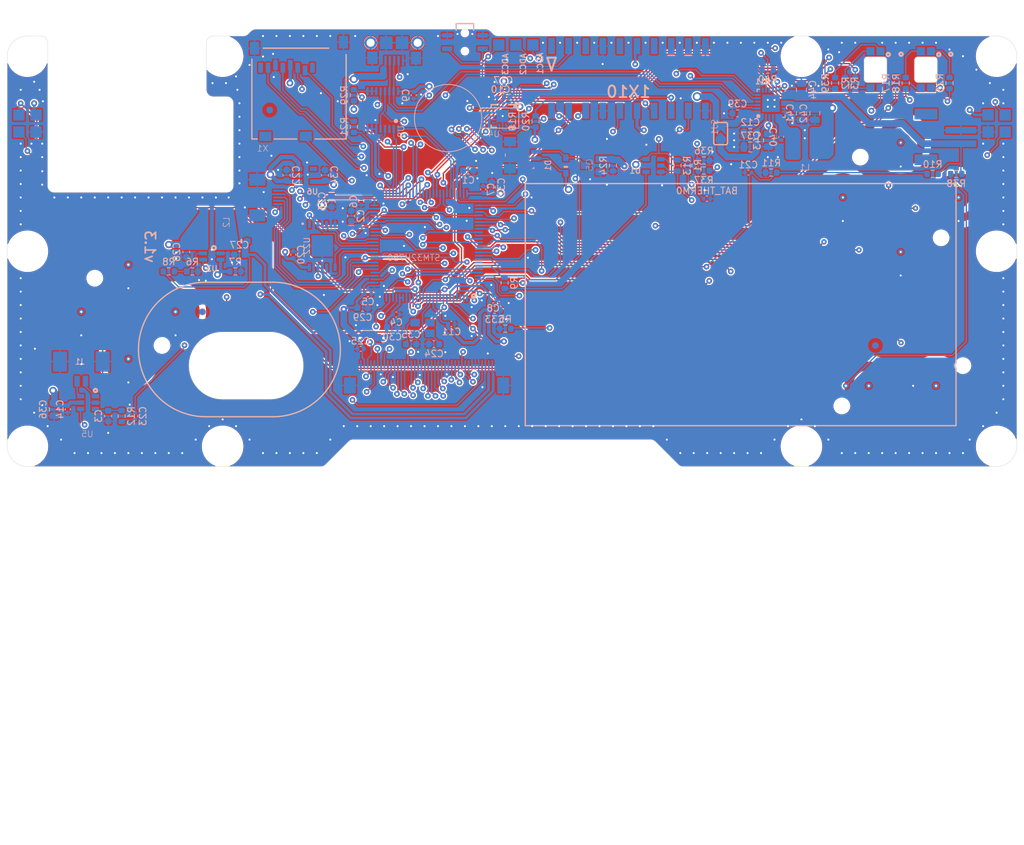
<source format=kicad_pcb>
(kicad_pcb (version 20221018) (generator pcbnew)

  (general
    (thickness 1.6)
  )

  (paper "A4")
  (layers
    (0 "F.Cu" signal)
    (1 "In1.Cu" signal)
    (2 "In2.Cu" signal)
    (31 "B.Cu" signal)
    (32 "B.Adhes" user "B.Adhesive")
    (33 "F.Adhes" user "F.Adhesive")
    (34 "B.Paste" user)
    (35 "F.Paste" user)
    (36 "B.SilkS" user "B.Silkscreen")
    (37 "F.SilkS" user "F.Silkscreen")
    (38 "B.Mask" user)
    (39 "F.Mask" user)
    (40 "Dwgs.User" user "User.Drawings")
    (41 "Cmts.User" user "User.Comments")
    (42 "Eco1.User" user "User.Eco1")
    (43 "Eco2.User" user "User.Eco2")
    (44 "Edge.Cuts" user)
    (45 "Margin" user)
    (46 "B.CrtYd" user "B.Courtyard")
    (47 "F.CrtYd" user "F.Courtyard")
    (48 "B.Fab" user)
    (49 "F.Fab" user)
    (50 "User.1" user)
    (51 "User.2" user)
    (52 "User.3" user)
    (53 "User.4" user)
    (54 "User.5" user)
    (55 "User.6" user)
    (56 "User.7" user)
    (57 "User.8" user)
    (58 "User.9" user)
  )

  (setup
    (pad_to_mask_clearance 0)
    (pcbplotparams
      (layerselection 0x00010fc_ffffffff)
      (plot_on_all_layers_selection 0x0000000_00000000)
      (disableapertmacros false)
      (usegerberextensions false)
      (usegerberattributes true)
      (usegerberadvancedattributes true)
      (creategerberjobfile true)
      (dashed_line_dash_ratio 12.000000)
      (dashed_line_gap_ratio 3.000000)
      (svgprecision 4)
      (plotframeref false)
      (viasonmask false)
      (mode 1)
      (useauxorigin false)
      (hpglpennumber 1)
      (hpglpenspeed 20)
      (hpglpendiameter 15.000000)
      (dxfpolygonmode true)
      (dxfimperialunits true)
      (dxfusepcbnewfont true)
      (psnegative false)
      (psa4output false)
      (plotreference true)
      (plotvalue true)
      (plotinvisibletext false)
      (sketchpadsonfab false)
      (subtractmaskfromsilk false)
      (outputformat 1)
      (mirror false)
      (drillshape 1)
      (scaleselection 1)
      (outputdirectory "")
    )
  )

  (net 0 "")
  (net 1 "LCD_R2")
  (net 2 "LCD_B5")
  (net 3 "LCD_VSYNC")
  (net 4 "DAC_AUDIO_OUT")
  (net 5 "LCD_G2")
  (net 6 "LCD_B3")
  (net 7 "LCD_R5")
  (net 8 "LCD_R4")
  (net 9 "LCD_R3")
  (net 10 "LCD_R6")
  (net 11 "I2C_SCL")
  (net 12 "I2C_SDA")
  (net 13 "LCD_B6")
  (net 14 "LCD_B7")
  (net 15 "LCD_G4")
  (net 16 "LCD_G5")
  (net 17 "USB_DM")
  (net 18 "USB_DP")
  (net 19 "AJOY_LR")
  (net 20 "AJOY_BUTTON")
  (net 21 "LCD_HSYNC")
  (net 22 "LCD_G6")
  (net 23 "LCD_G7")
  (net 24 "LCD_B2")
  (net 25 "LCD_G3")
  (net 26 "LCD_B4")
  (net 27 "LCD_DE")
  (net 28 "LCD_CLK")
  (net 29 "LCD_R7")
  (net 30 "GND")
  (net 31 "USB_5V")
  (net 32 "VIBE_EN")
  (net 33 "FLASH_CS")
  (net 34 "FLASH_D3")
  (net 35 "FLASH_D2")
  (net 36 "FLASH_SCK")
  (net 37 "FLASH_D0")
  (net 38 "FLASH_D1")
  (net 39 "LED_GREEN")
  (net 40 "LED_RED")
  (net 41 "SWY")
  (net 42 "SWB")
  (net 43 "SWX")
  (net 44 "SWA")
  (net 45 "LCD_CS")
  (net 46 "LCD_RESET")
  (net 47 "LCD_BACKLIGHT_EN")
  (net 48 "SD_SPI_MISO")
  (net 49 "SD_SPI_SCLK")
  (net 50 "SD_SPI_MOSI")
  (net 51 "SWHOME")
  (net 52 "SWMENU")
  (net 53 "AJOY_UD")
  (net 54 "VBAT")
  (net 55 "VCC")
  (net 56 "BATSENSE")
  (net 57 "3V3")
  (net 58 "LED_BLUE")
  (net 59 "USB_ID")
  (net 60 "SD_CS")
  (net 61 "SD_DETECT")
  (net 62 "~{AMP_SD}")
  (net 63 "LCD_SPI_MOSI")
  (net 64 "LCD_SPI_SCLK")
  (net 65 "DPAD_DOWN")
  (net 66 "DPAD_UP")
  (net 67 "DPAD_LEFT")
  (net 68 "DPAD_RIGHT")
  (net 69 "ACCEL_INT")
  (net 70 "LED_CHG_GREEN")
  (net 71 "LED_CHG_BLUE")
  (net 72 "LED_CHG_RED")
  (net 73 "Net-(U4-ADC1)")
  (net 74 "Net-(U4-ADC2)")
  (net 75 "Net-(U4-ADC3)")
  (net 76 "Net-(U11-TS)")
  (net 77 "/MCU/73_VCAP")
  (net 78 "/MCU/48_VCAP")
  (net 79 "Net-(U5-IN)")
  (net 80 "Net-(U11-PMID)")
  (net 81 "Net-(C23-Pad1)")
  (net 82 "/MCU/XTAL_IN")
  (net 83 "/LCDs and Power/LEDA")
  (net 84 "/MCU/XTAL_OUT")
  (net 85 "Net-(C40-Pad1)")
  (net 86 "Net-(U11-BTST)")
  (net 87 "Net-(U11-REGN)")
  (net 88 "Net-(Q5-D)")
  (net 89 "Net-(U3-SW)")
  (net 90 "/LCDs and Power/LEDK")
  (net 91 "/Peripherals/OUT+")
  (net 92 "/Peripherals/OUT-")
  (net 93 "/MCU/EXTENSION_GPIO")
  (net 94 "/MCU/SWCLK")
  (net 95 "/MCU/SWDIO")
  (net 96 "/MCU/~{RESET}")
  (net 97 "/MCU/BOOT0")
  (net 98 "Net-(RGB1-BC)")
  (net 99 "Net-(RGB1-GC)")
  (net 100 "Net-(U3-OVP)")
  (net 101 "Net-(U1-Y)")
  (net 102 "Net-(RGB2-BC)")
  (net 103 "Net-(RGB2-GC)")
  (net 104 "Net-(STM32H750-52_PB13{slash}OTG_HS_VBUS)")
  (net 105 "Net-(RGB2-RC)")
  (net 106 "/MCU/USB_SWAP")
  (net 107 "Net-(U$18-HOME2)")
  (net 108 "Net-(RGB1-RC)")
  (net 109 "Net-(U11-ILIM)")
  (net 110 "unconnected-(STM32H750-03_PE4{slash}SPI4_NSS-Pad3)")
  (net 111 "/MCU/USER_LEFT2")
  (net 112 "/MCU/USER_RIGHT2")
  (net 113 "/MCU/USER_LEFT1")
  (net 114 "/MCU/USER_RIGHT1")
  (net 115 "/MCU/USB_MAIN_DM")
  (net 116 "/MCU/USB_MAIN_DP")
  (net 117 "/MCU/USB_DFU_DM")
  (net 118 "/MCU/USB_DFU_DP")
  (net 119 "unconnected-(STM32H750-93_PB7{slash}I2C2_SDA-Pad93)")
  (net 120 "Net-(U$19-GND-Pad2)")
  (net 121 "unconnected-(U4-NC@1-Pad2)")
  (net 122 "unconnected-(U4-NC@2-Pad3)")
  (net 123 "unconnected-(U4-INT2-Pad9)")
  (net 124 "unconnected-(U8-1Z-Pad3)")
  (net 125 "unconnected-(U11-STAT-Pad4)")
  (net 126 "unconnected-(U11-INT-Pad7)")
  (net 127 "unconnected-(X1-DAT2-Pad1)")
  (net 128 "unconnected-(X1-DAT1-Pad8)")
  (net 129 "unconnected-(X1-CARD_DETECT-PadCD1)")

  (footprint "32blit:JOYSTICK_ANALOG" (layer "F.Cu") (at 91.6011 86.253599))

  (footprint "32blit:LCD_035" (layer "F.Cu") (at 148.5011 137.503599))

  (footprint "32blit:2.7MM-MOUNTING-HOLE" (layer "F.Cu") (at 220.5011 105.503599))

  (footprint "32blit:2.7MM-MOUNTING-HOLE" (layer "F.Cu") (at 76.5011 76.503599))

  (footprint "32blit:ABXY" (layer "F.Cu") (at 206.2511 97.503599))

  (footprint "32blit:2.7MM-MOUNTING-HOLE" (layer "F.Cu") (at 76.5011 105.503599))

  (footprint "32blit:DPAD" (layer "F.Cu") (at 91.5011 114.503599))

  (footprint "32blit:2.7MM-MOUNTING-HOLE" (layer "F.Cu") (at 220.5011 76.503599))

  (footprint "32blit:2.7MM-MOUNTING-HOLE" (layer "F.Cu") (at 105.5011 76.503599))

  (footprint "32blit:2.7MM-MOUNTING-HOLE" (layer "F.Cu") (at 220.5011 134.503599))

  (footprint "32blit:2.7MM-MOUNTING-HOLE" (layer "F.Cu") (at 191.5011 134.503599))

  (footprint "32blit:2.7MM-MOUNTING-HOLE" (layer "F.Cu") (at 105.5011 134.503599))

  (footprint "32blit:2.7MM-MOUNTING-HOLE" (layer "F.Cu")
    (tstamp c6e0719d-dd35-4129-a31b-70ccb7c1fe92)
    (at 76.5011 134.503599)
    (fp_text reference "U$14" (at 0 0) (layer "F.SilkS") hide
        (effects (font (size 1.27 1.27) (thickness 0.15)))
      (tstamp 3f37e7f6-b36b-4712-bd69-9f7f19ab4730)
    )
    (fp_text value "" (at 0 0) (layer "F.Fab") hide
        (effects (font (size 1.27 1.27) (thickness 0.15)))
      (tstamp d88d5eda-6f8a-4a1b-bdf4-85d9929ca829)
    )
    (fp_circle (center 0 0) (end 1.55 0)
      (stroke (width 3.1) (type solid)) (fill solid) (layer "B.CrtYd") (tstamp 76bf6ccf-31c6-48fb-8edb-bc179ee92d48))
    (fp_circle (center 0 0) (end 1.55 0)
      (stroke (width 3.1) (type solid)) (fill solid) (layer "F.CrtYd") (tstamp 01f8e989-a9b6-4d19-8ffe-20210fcc00ff))
    (pad "" np_thru_hole circle (at 0 0) (size 2.75 2.75) (drill 2.75) (layers "*.Cu" "*.Mask") (tstamp d981e54f-52b2-420e-9d21-7a4a60c9fe14))
    (zone (net 0) (net_name "") (layer "F.Cu") (tstamp 1b815ab7-e023-4e7c-9af7-00dbec2b5730) (hatch edge 0.5)
      (connect_pads (clearance 0))
      (min_thickness 0.25) (filled_areas_thickness no)
      (keepout (tracks not_allowed) (vias not_allowed) (pads not_allowed) (copperpour not_allowed) (footprints allowed))
      (fill (thermal_gap 0.5) (thermal_bridge_width 0.5))
      (polygon
        (pts
          (xy 79.6011 134.503599)
          (xy 79.580893 134.150226)
          (xy 79.520537 133.801459)
          (xy 79.420818 133.461846)
          (xy 79.283035 133.135814)
          (xy 79.108986 132.827612)
          (xy 78.900939 132.54126)
          (xy 78.661606 132.28049)
          (xy 78.394108 132.048702)
          (xy 78.101932 131.848917)
          (xy 77.788887 131.68374)
          (xy 77.459053 131.555324)
          (xy 77.11673 131.465343)
          (xy 76.766383 131.414971)
          (xy 76.412576 131.404863)
          (xy 76.059924 131.435153)
          (xy 75.713023 131.505444)
          (xy 75.376396 131.614821)
          (xy 75.054431 131.761857)
          (xy 74.751326 131.944636)
          (xy 74.471032 132.160775)
          (xy 74.217202 132.407457)
          (xy 73.993147 132.681465)
          (xy 73.801787 132.979227)
          (xy 73.645617 133.296862)
          (xy 73.526672 133.630228)
          (xy 73.446503 133.97498)
          (xy 73.406156 134.326624)
          (xy 73.406156 134.680574)
          (xy 73.446503 135.032218)
          (xy 73.526672 135.37697)
          (xy 73.645617 135.710336)
          (xy 73.801787 136.027971)
          (xy 73.993147 136.325733)
          (xy 74.217202 136.599741)
          (xy 74.471032 136.846423)
          (xy 74.751326 137.062562)
          (xy 75.054431 137.245341)
          (xy 75.376396 137.392377)
          (xy 75.713023 137.501754)
          (xy 76.059924 137.572045)
          (xy 76.412576 137.602335)
          (xy 76.766383 137.592227)
          (xy 77.11673 137.541855)
          (xy 77.459053 137.451874)
          (xy 77.788887 137.323458)
          (xy 78.101932 137.158281)
          (xy 78.394108 136.958496)
          (xy 78.661606 136.726708)
          (xy 78.900939 136.465938)
          (xy 79.108986 136.179586)
          (xy 79.283035 135.871384)
          (xy 79.420818 135.545352)
          (xy 79.520537 135.205739)
          (xy 79.580893 134.856972)
        )
      )
    )
    (zone (net 0) (net_name "") (layer "B.Cu") (tstamp bc8d9354-486
... [3625824 chars truncated]
</source>
